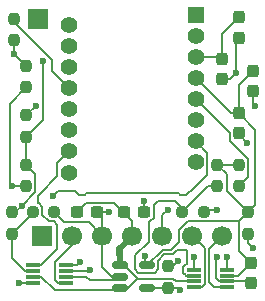
<source format=gbr>
%TF.GenerationSoftware,KiCad,Pcbnew,9.0.5*%
%TF.CreationDate,2025-11-21T21:53:36+01:00*%
%TF.ProjectId,keyballTrackballPCB,6b657962-616c-46c5-9472-61636b62616c,1.0*%
%TF.SameCoordinates,Original*%
%TF.FileFunction,Copper,L1,Top*%
%TF.FilePolarity,Positive*%
%FSLAX46Y46*%
G04 Gerber Fmt 4.6, Leading zero omitted, Abs format (unit mm)*
G04 Created by KiCad (PCBNEW 9.0.5) date 2025-11-21 21:53:36*
%MOMM*%
%LPD*%
G01*
G04 APERTURE LIST*
G04 Aperture macros list*
%AMRoundRect*
0 Rectangle with rounded corners*
0 $1 Rounding radius*
0 $2 $3 $4 $5 $6 $7 $8 $9 X,Y pos of 4 corners*
0 Add a 4 corners polygon primitive as box body*
4,1,4,$2,$3,$4,$5,$6,$7,$8,$9,$2,$3,0*
0 Add four circle primitives for the rounded corners*
1,1,$1+$1,$2,$3*
1,1,$1+$1,$4,$5*
1,1,$1+$1,$6,$7*
1,1,$1+$1,$8,$9*
0 Add four rect primitives between the rounded corners*
20,1,$1+$1,$2,$3,$4,$5,0*
20,1,$1+$1,$4,$5,$6,$7,0*
20,1,$1+$1,$6,$7,$8,$9,0*
20,1,$1+$1,$8,$9,$2,$3,0*%
G04 Aperture macros list end*
%TA.AperFunction,SMDPad,CuDef*%
%ADD10RoundRect,0.237500X-0.237500X0.300000X-0.237500X-0.300000X0.237500X-0.300000X0.237500X0.300000X0*%
%TD*%
%TA.AperFunction,SMDPad,CuDef*%
%ADD11RoundRect,0.237500X-0.300000X-0.237500X0.300000X-0.237500X0.300000X0.237500X-0.300000X0.237500X0*%
%TD*%
%TA.AperFunction,SMDPad,CuDef*%
%ADD12RoundRect,0.237500X0.237500X-0.250000X0.237500X0.250000X-0.237500X0.250000X-0.237500X-0.250000X0*%
%TD*%
%TA.AperFunction,SMDPad,CuDef*%
%ADD13RoundRect,0.237500X-0.237500X0.250000X-0.237500X-0.250000X0.237500X-0.250000X0.237500X0.250000X0*%
%TD*%
%TA.AperFunction,SMDPad,CuDef*%
%ADD14RoundRect,0.087500X0.537500X0.087500X-0.537500X0.087500X-0.537500X-0.087500X0.537500X-0.087500X0*%
%TD*%
%TA.AperFunction,SMDPad,CuDef*%
%ADD15RoundRect,0.237500X-0.250000X-0.237500X0.250000X-0.237500X0.250000X0.237500X-0.250000X0.237500X0*%
%TD*%
%TA.AperFunction,SMDPad,CuDef*%
%ADD16RoundRect,0.150000X-0.512500X-0.150000X0.512500X-0.150000X0.512500X0.150000X-0.512500X0.150000X0*%
%TD*%
%TA.AperFunction,ComponentPad*%
%ADD17R,1.700000X1.700000*%
%TD*%
%TA.AperFunction,ComponentPad*%
%ADD18R,1.400000X1.400000*%
%TD*%
%TA.AperFunction,ComponentPad*%
%ADD19C,1.400000*%
%TD*%
%TA.AperFunction,ComponentPad*%
%ADD20C,1.700000*%
%TD*%
%TA.AperFunction,ViaPad*%
%ADD21C,0.600000*%
%TD*%
%TA.AperFunction,Conductor*%
%ADD22C,0.200000*%
%TD*%
G04 APERTURE END LIST*
D10*
%TO.P,C5,1*%
%TO.N,Net-(U4-VDDPIX)*%
X104000000Y-81075000D03*
%TO.P,C5,2*%
%TO.N,GND*%
X104000000Y-82800000D03*
%TD*%
D11*
%TO.P,C1,1*%
%TO.N,/5V*%
X90275000Y-97600000D03*
%TO.P,C1,2*%
%TO.N,GND*%
X92000000Y-97600000D03*
%TD*%
D12*
%TO.P,R9,1*%
%TO.N,Net-(U4-~{NRESET})*%
X86000000Y-87000000D03*
%TO.P,R9,2*%
%TO.N,Net-(U2-A2)*%
X86000000Y-85175000D03*
%TD*%
D10*
%TO.P,C4,1*%
%TO.N,/1.9V*%
X105200000Y-85600000D03*
%TO.P,C4,2*%
%TO.N,GND*%
X105200000Y-87325000D03*
%TD*%
D13*
%TO.P,R10,1*%
%TO.N,/1.9V*%
X86000000Y-93575000D03*
%TO.P,R10,2*%
%TO.N,Net-(U4-~{NRESET})*%
X86000000Y-95400000D03*
%TD*%
%TO.P,R11,1*%
%TO.N,/1.9V*%
X104000000Y-93575000D03*
%TO.P,R11,2*%
%TO.N,Net-(U4-VDDIO)*%
X104000000Y-95400000D03*
%TD*%
D12*
%TO.P,R8,1*%
%TO.N,/1.9V*%
X86000000Y-91225000D03*
%TO.P,R8,2*%
%TO.N,Net-(U4-LED_P)*%
X86000000Y-89400000D03*
%TD*%
D10*
%TO.P,C7,1*%
%TO.N,/1.9V*%
X105000000Y-101875000D03*
%TO.P,C7,2*%
%TO.N,GND*%
X105000000Y-103600000D03*
%TD*%
D14*
%TO.P,U2,1,B2*%
%TO.N,/NCS*%
X89400000Y-103550000D03*
%TO.P,U2,2,GND*%
%TO.N,GND*%
X89400000Y-103050000D03*
%TO.P,U2,3,VCCA*%
%TO.N,/1.9V*%
X89400000Y-102550000D03*
%TO.P,U2,4,A2*%
%TO.N,Net-(U2-A2)*%
X89400000Y-102050000D03*
%TO.P,U2,5,A1*%
%TO.N,Net-(U2-A1)*%
X86600000Y-102050000D03*
%TO.P,U2,6,OE*%
%TO.N,Net-(U2-OE)*%
X86600000Y-102550000D03*
%TO.P,U2,7,VCCB*%
%TO.N,/5V*%
X86600000Y-103050000D03*
%TO.P,U2,8,B1*%
%TO.N,/SCLK*%
X86600000Y-103550000D03*
%TD*%
%TO.P,U3,1,B2*%
%TO.N,/MISO*%
X103000000Y-103950000D03*
%TO.P,U3,2,GND*%
%TO.N,GND*%
X103000000Y-103450000D03*
%TO.P,U3,3,VCCA*%
%TO.N,/1.9V*%
X103000000Y-102950000D03*
%TO.P,U3,4,A2*%
%TO.N,Net-(U3-A2)*%
X103000000Y-102450000D03*
%TO.P,U3,5,A1*%
%TO.N,Net-(U3-A1)*%
X100200000Y-102450000D03*
%TO.P,U3,6,OE*%
%TO.N,Net-(U3-OE)*%
X100200000Y-102950000D03*
%TO.P,U3,7,VCCB*%
%TO.N,/5V*%
X100200000Y-103450000D03*
%TO.P,U3,8,B1*%
%TO.N,/MOSI*%
X100200000Y-103950000D03*
%TD*%
D10*
%TO.P,C6,1*%
%TO.N,Net-(U4-VDDPIX)*%
X102600000Y-84600000D03*
%TO.P,C6,2*%
%TO.N,GND*%
X102600000Y-86325000D03*
%TD*%
D12*
%TO.P,R2,1*%
%TO.N,Net-(U1-FB)*%
X98000000Y-104000000D03*
%TO.P,R2,2*%
%TO.N,GND*%
X98000000Y-102175000D03*
%TD*%
D15*
%TO.P,R4,1*%
%TO.N,Net-(U2-OE)*%
X86575000Y-97600000D03*
%TO.P,R4,2*%
%TO.N,GND*%
X88400000Y-97600000D03*
%TD*%
D12*
%TO.P,R7,1*%
%TO.N,Net-(U2-A2)*%
X85000000Y-83025000D03*
%TO.P,R7,2*%
%TO.N,Net-(U4-~{NCS})*%
X85000000Y-81200000D03*
%TD*%
D13*
%TO.P,R5,1*%
%TO.N,/1.9V*%
X102200000Y-93575000D03*
%TO.P,R5,2*%
%TO.N,Net-(U3-OE)*%
X102200000Y-95400000D03*
%TD*%
%TO.P,R3,1*%
%TO.N,/1.9V*%
X84800000Y-97600000D03*
%TO.P,R3,2*%
%TO.N,Net-(U2-OE)*%
X84800000Y-99425000D03*
%TD*%
D10*
%TO.P,C3,1*%
%TO.N,/1.9V*%
X104000000Y-89200000D03*
%TO.P,C3,2*%
%TO.N,Net-(U1-FB)*%
X104000000Y-90925000D03*
%TD*%
D16*
%TO.P,U1,1,IN*%
%TO.N,/5V*%
X93925000Y-102100000D03*
%TO.P,U1,2,GND*%
%TO.N,GND*%
X93925000Y-103050000D03*
%TO.P,U1,3,EN*%
%TO.N,/5V*%
X93925000Y-104000000D03*
%TO.P,U1,4,FB*%
%TO.N,Net-(U1-FB)*%
X96200000Y-104000000D03*
%TO.P,U1,5,OUT*%
%TO.N,/1.9V*%
X96200000Y-102100000D03*
%TD*%
D15*
%TO.P,R6,1*%
%TO.N,Net-(U3-OE)*%
X99200000Y-97600000D03*
%TO.P,R6,2*%
%TO.N,GND*%
X101025000Y-97600000D03*
%TD*%
D13*
%TO.P,R1,1*%
%TO.N,/1.9V*%
X104800000Y-97600000D03*
%TO.P,R1,2*%
%TO.N,Net-(U1-FB)*%
X104800000Y-99425000D03*
%TD*%
D11*
%TO.P,C2,1*%
%TO.N,/5V*%
X94275000Y-97600000D03*
%TO.P,C2,2*%
%TO.N,GND*%
X96000000Y-97600000D03*
%TD*%
D17*
%TO.P,J2,1,Pin_1*%
%TO.N,/1.9V*%
X87000000Y-81200000D03*
%TD*%
D18*
%TO.P,U4,1,NC*%
%TO.N,unconnected-(U4-NC-Pad1)*%
X100350000Y-80880000D03*
D19*
%TO.P,U4,2,NC*%
%TO.N,unconnected-(U4-NC-Pad2)*%
X100350000Y-82660000D03*
%TO.P,U4,3,VDDPIX*%
%TO.N,Net-(U4-VDDPIX)*%
X100350000Y-84440000D03*
%TO.P,U4,4,VDD*%
%TO.N,/1.9V*%
X100350000Y-86220000D03*
%TO.P,U4,5,VDDIO*%
%TO.N,Net-(U4-VDDIO)*%
X100350000Y-88000000D03*
%TO.P,U4,6,NC*%
%TO.N,unconnected-(U4-NC-Pad6)*%
X100350000Y-89780000D03*
%TO.P,U4,7,~{NRESET}*%
%TO.N,Net-(U4-~{NRESET})*%
X100350000Y-91560000D03*
%TO.P,U4,8,GND*%
%TO.N,GND*%
X100350000Y-93340000D03*
%TO.P,U4,9,MOTION*%
%TO.N,unconnected-(U4-MOTION-Pad9)*%
X89650000Y-94230000D03*
%TO.P,U4,10,SCLK*%
%TO.N,Net-(U2-A1)*%
X89650000Y-92450000D03*
%TO.P,U4,11,MOSI*%
%TO.N,Net-(U3-A1)*%
X89650000Y-90670000D03*
%TO.P,U4,12,MISO*%
%TO.N,Net-(U3-A2)*%
X89650000Y-88890000D03*
%TO.P,U4,13,~{NCS}*%
%TO.N,Net-(U4-~{NCS})*%
X89650000Y-87110000D03*
%TO.P,U4,14,NC*%
%TO.N,unconnected-(U4-NC-Pad14)*%
X89650000Y-85330000D03*
%TO.P,U4,15,LED_P*%
%TO.N,Net-(U4-LED_P)*%
X89650000Y-83550000D03*
%TO.P,U4,16,NC*%
%TO.N,unconnected-(U4-NC-Pad16)*%
X89650000Y-81770000D03*
%TD*%
D17*
%TO.P,J1,1,Pin_1*%
%TO.N,/SCLK*%
X87380000Y-99600000D03*
D20*
%TO.P,J1,2,Pin_2*%
%TO.N,/NCS*%
X89920000Y-99600000D03*
%TO.P,J1,3,Pin_3*%
%TO.N,GND*%
X92460000Y-99600000D03*
%TO.P,J1,4,Pin_4*%
%TO.N,/5V*%
X95000000Y-99600000D03*
%TO.P,J1,5,Pin_5*%
%TO.N,GND*%
X97540000Y-99600000D03*
%TO.P,J1,6,Pin_6*%
%TO.N,/MOSI*%
X100080000Y-99600000D03*
%TO.P,J1,7,Pin_7*%
%TO.N,/MISO*%
X102620000Y-99600000D03*
%TD*%
D21*
%TO.N,GND*%
X103800000Y-85800000D03*
X105399000Y-88600000D03*
X98000000Y-97400000D03*
X102200000Y-101400000D03*
X96000000Y-96600000D03*
X102200000Y-97400000D03*
X93000000Y-97600000D03*
X98900000Y-101700000D03*
%TO.N,/1.9V*%
X91400000Y-102500000D03*
X87400000Y-84800000D03*
X85627817Y-97027817D03*
X96100000Y-101300000D03*
%TO.N,Net-(U1-FB)*%
X105200000Y-100600000D03*
X99000000Y-104200000D03*
X104700000Y-91700000D03*
%TO.N,/SCLK*%
X85407118Y-103550000D03*
%TO.N,Net-(U2-A2)*%
X85012500Y-84187500D03*
X90600000Y-101800000D03*
%TO.N,Net-(U4-LED_P)*%
X86800000Y-88600000D03*
%TO.N,Net-(U4-~{NRESET})*%
X88245644Y-96224000D03*
X84801000Y-95400000D03*
%TO.N,Net-(U3-A2)*%
X103000000Y-101400000D03*
%TO.N,Net-(U3-A1)*%
X100200000Y-101400000D03*
%TD*%
D22*
%TO.N,/5V*%
X95375999Y-103211500D02*
X95375999Y-103196531D01*
X93925000Y-100675000D02*
X95000000Y-99600000D01*
X100200000Y-103450000D02*
X98705634Y-103450000D01*
X94275000Y-97600000D02*
X93475000Y-96800000D01*
X98467134Y-103211500D02*
X95375999Y-103211500D01*
X93925000Y-102100000D02*
X93925000Y-100675000D01*
X95000000Y-98325000D02*
X94275000Y-97600000D01*
X91075000Y-96800000D02*
X90275000Y-97600000D01*
X88425848Y-104199000D02*
X93726000Y-104199000D01*
X98705634Y-103450000D02*
X98467134Y-103211500D01*
X94279468Y-102100000D02*
X93925000Y-102100000D01*
X87276848Y-103050000D02*
X88425848Y-104199000D01*
X95000000Y-99600000D02*
X95000000Y-98325000D01*
X86600000Y-103050000D02*
X87276848Y-103050000D01*
X93726000Y-104199000D02*
X93925000Y-104000000D01*
X95375999Y-103211500D02*
X94587499Y-104000000D01*
X93475000Y-96800000D02*
X91075000Y-96800000D01*
X95375999Y-103196531D02*
X94279468Y-102100000D01*
X94587499Y-104000000D02*
X93925000Y-104000000D01*
%TO.N,GND*%
X98000000Y-102175000D02*
X98425000Y-102175000D01*
X102074000Y-101526000D02*
X102200000Y-101400000D01*
X103800000Y-83000000D02*
X103800000Y-85800000D01*
X97540000Y-99600000D02*
X97540000Y-97860000D01*
X92460000Y-99600000D02*
X91309000Y-98449000D01*
X89249000Y-98449000D02*
X88400000Y-97600000D01*
X102200000Y-97400000D02*
X101225000Y-97400000D01*
X103000000Y-103450000D02*
X104850000Y-103450000D01*
X104000000Y-82800000D02*
X103800000Y-83000000D01*
X101225000Y-97400000D02*
X101025000Y-97600000D01*
X104850000Y-103450000D02*
X105000000Y-103600000D01*
X98425000Y-102175000D02*
X98900000Y-101700000D01*
X96000000Y-97600000D02*
X96000000Y-96600000D01*
X92000000Y-97600000D02*
X93000000Y-97600000D01*
X102600000Y-86325000D02*
X103275000Y-86325000D01*
X91100057Y-103050000D02*
X89400000Y-103050000D01*
X103000000Y-103450000D02*
X102323152Y-103450000D01*
X97540000Y-97860000D02*
X98000000Y-97400000D01*
X92460000Y-99600000D02*
X92460000Y-98060000D01*
X105200000Y-88401000D02*
X105399000Y-88600000D01*
X91400057Y-103350000D02*
X91100057Y-103050000D01*
X102323152Y-103450000D02*
X102074000Y-103200848D01*
X93925000Y-103050000D02*
X93262501Y-103050000D01*
X92460000Y-102247499D02*
X92460000Y-99600000D01*
X92460000Y-98060000D02*
X92000000Y-97600000D01*
X93625000Y-103350000D02*
X91400057Y-103350000D01*
X93925000Y-103050000D02*
X93625000Y-103350000D01*
X91309000Y-98449000D02*
X89249000Y-98449000D01*
X105200000Y-87325000D02*
X105200000Y-88401000D01*
X93262501Y-103050000D02*
X92460000Y-102247499D01*
X102074000Y-103200848D02*
X102074000Y-101526000D01*
X103275000Y-86325000D02*
X103800000Y-85800000D01*
%TO.N,/1.9V*%
X86000000Y-93575000D02*
X86000000Y-91225000D01*
X103925000Y-102950000D02*
X103000000Y-102950000D01*
X89400000Y-102550000D02*
X91350000Y-102550000D01*
X102200000Y-93575000D02*
X102976000Y-94351000D01*
X105200000Y-85600000D02*
X104000000Y-86800000D01*
X96100000Y-101300000D02*
X96100000Y-102000000D01*
X104000000Y-89200000D02*
X103330000Y-89200000D01*
X104000000Y-93575000D02*
X102200000Y-93575000D01*
X85627817Y-97027817D02*
X86776000Y-95879634D01*
X102976000Y-94351000D02*
X102976000Y-95776000D01*
X104024000Y-100899000D02*
X105000000Y-101875000D01*
X104800000Y-97600000D02*
X104024000Y-98376000D01*
X105399000Y-90599000D02*
X105399000Y-97001000D01*
X86000000Y-91225000D02*
X87401000Y-89824000D01*
X84800000Y-97600000D02*
X85055634Y-97600000D01*
X99676240Y-98376000D02*
X104024000Y-98376000D01*
X104000000Y-86800000D02*
X104000000Y-89200000D01*
X87401000Y-84801000D02*
X87400000Y-84800000D01*
X96200000Y-102100000D02*
X97549000Y-100751000D01*
X96100000Y-102000000D02*
X96200000Y-102100000D01*
X98254760Y-100751000D02*
X98929000Y-100076760D01*
X85055634Y-97600000D02*
X85627817Y-97027817D01*
X104024000Y-98376000D02*
X104024000Y-100899000D01*
X86776000Y-95879634D02*
X86776000Y-94351000D01*
X87401000Y-89824000D02*
X87401000Y-84801000D01*
X105000000Y-101875000D02*
X103925000Y-102950000D01*
X98929000Y-99123240D02*
X99676240Y-98376000D01*
X102976000Y-95776000D02*
X104800000Y-97600000D01*
X105399000Y-97001000D02*
X104800000Y-97600000D01*
X91350000Y-102550000D02*
X91400000Y-102500000D01*
X98929000Y-100076760D02*
X98929000Y-99123240D01*
X103330000Y-89200000D02*
X100350000Y-86220000D01*
X104000000Y-89200000D02*
X105399000Y-90599000D01*
X97549000Y-100751000D02*
X98254760Y-100751000D01*
X86776000Y-94351000D02*
X86000000Y-93575000D01*
%TO.N,Net-(U1-FB)*%
X104800000Y-99425000D02*
X104800000Y-100200000D01*
X104800000Y-100200000D02*
X105200000Y-100600000D01*
X104000000Y-90925000D02*
X104000000Y-91000000D01*
X98800000Y-104000000D02*
X99000000Y-104200000D01*
X104000000Y-91000000D02*
X104700000Y-91700000D01*
X98000000Y-104000000D02*
X98800000Y-104000000D01*
X98000000Y-104000000D02*
X96200000Y-104000000D01*
%TO.N,Net-(U4-VDDPIX)*%
X102600000Y-82475000D02*
X102600000Y-84600000D01*
X104000000Y-81075000D02*
X102600000Y-82475000D01*
X102200000Y-84600000D02*
X102040000Y-84440000D01*
X102040000Y-84440000D02*
X100350000Y-84440000D01*
X102600000Y-84600000D02*
X102200000Y-84600000D01*
%TO.N,/MOSI*%
X101126000Y-103700848D02*
X101126000Y-100646000D01*
X100876848Y-103950000D02*
X101126000Y-103700848D01*
X101126000Y-100646000D02*
X100080000Y-99600000D01*
X100200000Y-103950000D02*
X100876848Y-103950000D01*
%TO.N,/NCS*%
X88474000Y-101799152D02*
X89920000Y-100353152D01*
X88723152Y-103550000D02*
X88474000Y-103300848D01*
X89920000Y-100353152D02*
X89920000Y-99600000D01*
X88474000Y-103300848D02*
X88474000Y-101799152D01*
X89400000Y-103550000D02*
X88723152Y-103550000D01*
%TO.N,/SCLK*%
X86600000Y-103550000D02*
X85407118Y-103550000D01*
%TO.N,/MISO*%
X102620000Y-99600000D02*
X101527000Y-100693000D01*
X101950000Y-103950000D02*
X103000000Y-103950000D01*
X101527000Y-100693000D02*
X101527000Y-103527000D01*
X101527000Y-103527000D02*
X101950000Y-103950000D01*
%TO.N,Net-(U2-OE)*%
X85923152Y-102550000D02*
X84800000Y-101426848D01*
X86575000Y-97650000D02*
X84800000Y-99425000D01*
X86575000Y-97600000D02*
X86575000Y-97650000D01*
X84800000Y-101426848D02*
X84800000Y-99425000D01*
X86600000Y-102550000D02*
X85923152Y-102550000D01*
%TO.N,Net-(U3-OE)*%
X99600000Y-100800000D02*
X98772860Y-100800000D01*
X101400000Y-95400000D02*
X99200000Y-97600000D01*
X96389000Y-100076760D02*
X96389000Y-98376000D01*
X97163500Y-102440968D02*
X96903468Y-102701000D01*
X95236500Y-102440968D02*
X95236500Y-101229260D01*
X99547152Y-102926000D02*
X99499152Y-102926000D01*
X99600000Y-101649943D02*
X99599000Y-101648943D01*
X96389000Y-98376000D02*
X96529634Y-98376000D01*
X99523152Y-102950000D02*
X99547152Y-102926000D01*
X95496532Y-102701000D02*
X95236500Y-102440968D01*
X97163500Y-101703600D02*
X97163500Y-102440968D01*
X99499152Y-102926000D02*
X99274000Y-102700848D01*
X96529634Y-98376000D02*
X96838500Y-98067134D01*
X99200000Y-97200000D02*
X99200000Y-97600000D01*
X99600000Y-101974000D02*
X99600000Y-101649943D01*
X98420860Y-101152000D02*
X97715100Y-101152000D01*
X97175000Y-96625000D02*
X98625000Y-96625000D01*
X95236500Y-101229260D02*
X96389000Y-100076760D01*
X98625000Y-96625000D02*
X99200000Y-97200000D01*
X96838500Y-96961500D02*
X97175000Y-96625000D01*
X97715100Y-101152000D02*
X97163500Y-101703600D01*
X99274000Y-102199152D02*
X99499152Y-101974000D01*
X98772860Y-100800000D02*
X98420860Y-101152000D01*
X96838500Y-98067134D02*
X96838500Y-96961500D01*
X99600000Y-101150057D02*
X99600000Y-100800000D01*
X99499152Y-101974000D02*
X99600000Y-101974000D01*
X102200000Y-95400000D02*
X101400000Y-95400000D01*
X99599000Y-101151057D02*
X99600000Y-101150057D01*
X96903468Y-102701000D02*
X95496532Y-102701000D01*
X99599000Y-101648943D02*
X99599000Y-101151057D01*
X99274000Y-102700848D02*
X99274000Y-102199152D01*
X100200000Y-102950000D02*
X99523152Y-102950000D01*
%TO.N,Net-(U4-~{NCS})*%
X85000000Y-81502000D02*
X88180186Y-84682186D01*
X85000000Y-81200000D02*
X85000000Y-81502000D01*
X88180186Y-85640186D02*
X89650000Y-87110000D01*
X88180186Y-84682186D02*
X88180186Y-85640186D01*
%TO.N,Net-(U2-A2)*%
X85000000Y-84175000D02*
X85012500Y-84187500D01*
X89400000Y-102050000D02*
X90350000Y-102050000D01*
X90350000Y-102050000D02*
X90600000Y-101800000D01*
X85012500Y-84187500D02*
X86000000Y-85175000D01*
X85000000Y-83025000D02*
X85000000Y-84175000D01*
%TO.N,Net-(U4-LED_P)*%
X86000000Y-89400000D02*
X86800000Y-88600000D01*
%TO.N,Net-(U4-~{NRESET})*%
X98911058Y-95961000D02*
X99051058Y-96101000D01*
X101351000Y-92561000D02*
X100350000Y-91560000D01*
X84601000Y-88399000D02*
X84601000Y-95200000D01*
X101351000Y-94449000D02*
X101351000Y-92561000D01*
X90150058Y-95800000D02*
X90451058Y-96101000D01*
X86000000Y-87000000D02*
X84601000Y-88399000D01*
X91088942Y-95961000D02*
X98911058Y-95961000D01*
X88245644Y-96224000D02*
X88669644Y-95800000D01*
X99051058Y-96101000D02*
X99548942Y-96101000D01*
X100000000Y-95800000D02*
X101351000Y-94449000D01*
X90948942Y-96101000D02*
X91088942Y-95961000D01*
X84601000Y-95200000D02*
X84801000Y-95400000D01*
X99548942Y-96101000D02*
X99849942Y-95800000D01*
X90451058Y-96101000D02*
X90948942Y-96101000D01*
X88669644Y-95800000D02*
X90150058Y-95800000D01*
X99849942Y-95800000D02*
X100000000Y-95800000D01*
X84801000Y-95400000D02*
X86000000Y-95400000D01*
%TO.N,Net-(U4-VDDIO)*%
X103224000Y-90874000D02*
X103224000Y-91543366D01*
X103224000Y-91543366D02*
X104776000Y-93095366D01*
X104776000Y-93095366D02*
X104776000Y-94624000D01*
X100350000Y-88000000D02*
X103224000Y-90874000D01*
X104776000Y-94624000D02*
X104000000Y-95400000D01*
%TO.N,Net-(U2-A1)*%
X87232000Y-102050000D02*
X88600000Y-100682000D01*
X87054634Y-96824000D02*
X87000000Y-96824000D01*
X86600000Y-102050000D02*
X87232000Y-102050000D01*
X88600000Y-100682000D02*
X88600000Y-98655634D01*
X88649000Y-93451000D02*
X89650000Y-92450000D01*
X87000000Y-96824000D02*
X87000000Y-96222734D01*
X88649000Y-94551000D02*
X88649000Y-93451000D01*
X87177000Y-96045734D02*
X87177000Y-96023000D01*
X87000000Y-96222734D02*
X87177000Y-96045734D01*
X87920366Y-98376000D02*
X87363500Y-97819134D01*
X88600000Y-98655634D02*
X88320366Y-98376000D01*
X87177000Y-96023000D02*
X88649000Y-94551000D01*
X87363500Y-97819134D02*
X87363500Y-97132866D01*
X88320366Y-98376000D02*
X87920366Y-98376000D01*
X87363500Y-97132866D02*
X87054634Y-96824000D01*
%TO.N,Net-(U3-A2)*%
X103000000Y-102450000D02*
X103000000Y-101400000D01*
%TO.N,Net-(U3-A1)*%
X100200000Y-102450000D02*
X100200000Y-101400000D01*
%TD*%
%TA.AperFunction,Conductor*%
%TO.N,/5V*%
G36*
X94776775Y-100176775D02*
G01*
X94233188Y-100720363D01*
X94222820Y-100769719D01*
X94201253Y-100798746D01*
X94200000Y-100799998D01*
X94200000Y-101223638D01*
X94180315Y-101290677D01*
X94175000Y-101297272D01*
X94175000Y-101976000D01*
X94167953Y-102000000D01*
X93680221Y-102000000D01*
X93675000Y-101976000D01*
X93675000Y-101300000D01*
X93638681Y-101263681D01*
X93640752Y-101261609D01*
X93611206Y-101227511D01*
X93600000Y-101176000D01*
X93600000Y-100651361D01*
X93608644Y-100621920D01*
X93615168Y-100591934D01*
X93618922Y-100586918D01*
X93619685Y-100584322D01*
X93636309Y-100563690D01*
X93801253Y-100398746D01*
X93862571Y-100365265D01*
X93882537Y-100363908D01*
X94423222Y-99823222D01*
X94776775Y-100176775D01*
G37*
%TD.AperFunction*%
%TD*%
M02*

</source>
